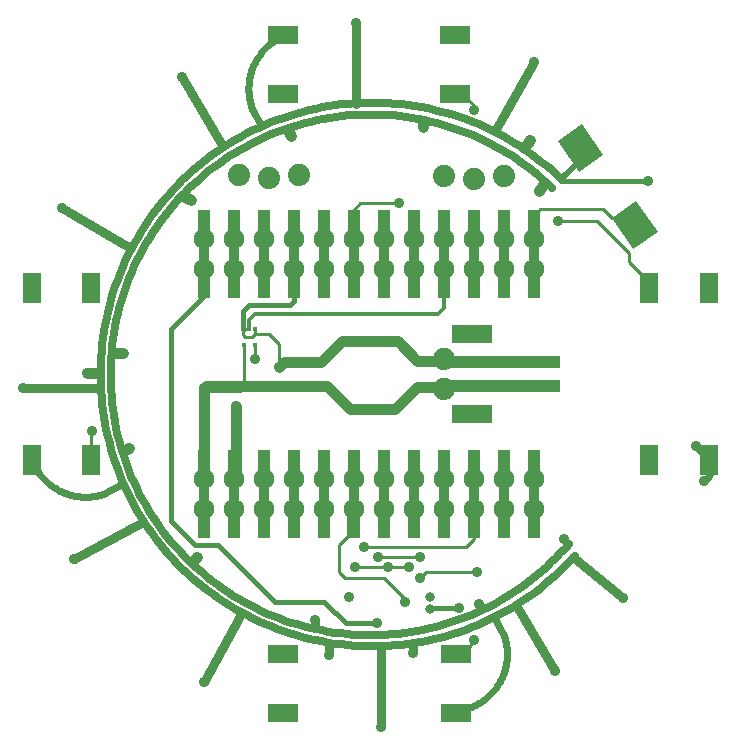
<source format=gbl>
G75*
%MOIN*%
%OFA0B0*%
%FSLAX25Y25*%
%IPPOS*%
%LPD*%
%AMOC8*
5,1,8,0,0,1.08239X$1,22.5*
%
%ADD10R,0.06299X0.10000*%
%ADD11R,0.10000X0.06299*%
%ADD12R,0.18110X0.03937*%
%ADD13R,0.13386X0.06299*%
%ADD14R,0.01181X0.01772*%
%ADD15C,0.07400*%
%ADD16R,0.12598X0.09843*%
%ADD17C,0.06900*%
%ADD18R,0.03900X0.07200*%
%ADD19C,0.03200*%
%ADD20C,0.01000*%
%ADD21C,0.04000*%
%ADD22C,0.01600*%
%ADD23C,0.03600*%
%ADD24C,0.03600*%
%ADD25C,0.03500*%
%ADD26C,0.02000*%
%ADD27C,0.03000*%
%ADD28C,0.02400*%
%ADD29C,0.02500*%
%ADD30C,0.03200*%
%ADD31C,0.01200*%
D10*
X0018357Y0103060D03*
X0038043Y0103060D03*
X0224157Y0103060D03*
X0243843Y0103060D03*
X0243843Y0160540D03*
X0224157Y0160540D03*
X0038043Y0160540D03*
X0018357Y0160540D03*
D11*
X0102060Y0018757D03*
X0102060Y0038443D03*
X0159540Y0038443D03*
X0159540Y0018757D03*
X0159440Y0225157D03*
X0159440Y0244843D03*
X0101960Y0244843D03*
X0101960Y0225157D03*
D12*
X0185367Y0135737D03*
X0185367Y0127863D03*
D13*
X0164894Y0118414D03*
X0164894Y0145186D03*
D14*
X0092769Y0146800D03*
X0090800Y0146800D03*
X0088831Y0146800D03*
X0088831Y0141485D03*
X0092769Y0141485D03*
D15*
X0155800Y0136800D03*
X0155800Y0126800D03*
X0165800Y0196800D03*
X0155800Y0197800D03*
X0175800Y0197800D03*
X0107300Y0198300D03*
X0097300Y0197300D03*
X0087300Y0198300D03*
D16*
G36*
X0200749Y0199218D02*
X0193523Y0209537D01*
X0201585Y0215182D01*
X0208811Y0204863D01*
X0200749Y0199218D01*
G37*
G36*
X0218815Y0173418D02*
X0211589Y0183737D01*
X0219651Y0189382D01*
X0226877Y0179063D01*
X0218815Y0173418D01*
G37*
D17*
X0185800Y0176800D03*
X0175800Y0176800D03*
X0165800Y0176800D03*
X0155800Y0176800D03*
X0145800Y0176800D03*
X0135800Y0176800D03*
X0125800Y0176800D03*
X0115800Y0176800D03*
X0105800Y0176800D03*
X0095800Y0176800D03*
X0085800Y0176800D03*
X0075800Y0176800D03*
X0075800Y0166800D03*
X0085800Y0166800D03*
X0095800Y0166800D03*
X0105800Y0166800D03*
X0115800Y0166800D03*
X0125800Y0166800D03*
X0135800Y0166800D03*
X0145800Y0166800D03*
X0155800Y0166800D03*
X0165800Y0166800D03*
X0175800Y0166800D03*
X0185800Y0166800D03*
X0185800Y0096800D03*
X0175800Y0096800D03*
X0165800Y0096800D03*
X0155800Y0096800D03*
X0145800Y0096800D03*
X0135800Y0096800D03*
X0125800Y0096800D03*
X0115800Y0096800D03*
X0105800Y0096800D03*
X0095800Y0096800D03*
X0085800Y0096800D03*
X0075800Y0096800D03*
X0075800Y0086800D03*
X0085800Y0086800D03*
X0095800Y0086800D03*
X0105800Y0086800D03*
X0115800Y0086800D03*
X0125800Y0086800D03*
X0135800Y0086800D03*
X0145800Y0086800D03*
X0155800Y0086800D03*
X0165800Y0086800D03*
X0175800Y0086800D03*
X0185800Y0086800D03*
D18*
X0185800Y0080800D03*
X0175800Y0080800D03*
X0165800Y0080800D03*
X0155800Y0080800D03*
X0145800Y0080800D03*
X0135800Y0080800D03*
X0125800Y0080800D03*
X0115800Y0080800D03*
X0105800Y0080800D03*
X0095800Y0080800D03*
X0085800Y0080800D03*
X0075800Y0080800D03*
X0075800Y0102800D03*
X0085800Y0102800D03*
X0095800Y0102800D03*
X0105800Y0102800D03*
X0115800Y0102800D03*
X0125800Y0102800D03*
X0135800Y0102800D03*
X0145800Y0102800D03*
X0155800Y0102800D03*
X0165800Y0102800D03*
X0175800Y0102800D03*
X0185800Y0102800D03*
X0185800Y0160800D03*
X0175800Y0160800D03*
X0165800Y0160800D03*
X0155800Y0160800D03*
X0145800Y0160800D03*
X0135800Y0160800D03*
X0125800Y0160800D03*
X0115800Y0160800D03*
X0105800Y0160800D03*
X0095800Y0160800D03*
X0085800Y0160800D03*
X0075800Y0160800D03*
X0075800Y0182800D03*
X0085800Y0182800D03*
X0095800Y0182800D03*
X0105800Y0182800D03*
X0115800Y0182800D03*
X0125800Y0182800D03*
X0135800Y0182800D03*
X0145800Y0182800D03*
X0155800Y0182800D03*
X0165800Y0182800D03*
X0175800Y0182800D03*
X0185800Y0182800D03*
D19*
X0185800Y0181800D02*
X0185800Y0161800D01*
X0175800Y0161800D02*
X0175800Y0181800D01*
X0165800Y0181800D02*
X0165800Y0161800D01*
X0155800Y0161800D02*
X0155800Y0181800D01*
X0145800Y0181800D02*
X0145800Y0161800D01*
X0135800Y0161800D02*
X0135800Y0181800D01*
X0125800Y0181800D02*
X0125800Y0161800D01*
X0115800Y0161800D02*
X0115800Y0181800D01*
X0105800Y0181800D02*
X0105800Y0161800D01*
X0095800Y0161800D02*
X0095800Y0181800D01*
X0085800Y0181800D02*
X0085800Y0161800D01*
X0075800Y0161800D02*
X0075800Y0181800D01*
X0075800Y0101800D02*
X0075800Y0081800D01*
X0085800Y0081800D02*
X0085800Y0101800D01*
X0095800Y0101800D02*
X0095800Y0081800D01*
X0105800Y0081800D02*
X0105800Y0101800D01*
X0115800Y0101800D02*
X0115800Y0081800D01*
X0125800Y0081800D02*
X0125800Y0101800D01*
X0135800Y0101800D02*
X0135800Y0081800D01*
X0145800Y0081800D02*
X0145800Y0101800D01*
X0155800Y0101800D02*
X0155800Y0081800D01*
X0165800Y0081800D02*
X0165800Y0101800D01*
X0175800Y0101800D02*
X0175800Y0081800D01*
X0185800Y0081800D02*
X0185800Y0101800D01*
D20*
X0125800Y0086800D02*
X0123800Y0084800D01*
X0123800Y0077800D01*
X0120800Y0074800D01*
X0120800Y0065800D01*
X0122800Y0063800D01*
X0135800Y0063800D01*
X0142800Y0056800D01*
X0142800Y0055800D01*
X0150800Y0053375D02*
X0151080Y0053655D01*
X0147800Y0063800D02*
X0149800Y0065800D01*
X0166800Y0065800D01*
X0148800Y0064800D02*
X0147800Y0063800D01*
X0144000Y0067600D02*
X0137100Y0067600D01*
X0125900Y0067600D01*
X0133800Y0070800D02*
X0147800Y0070800D01*
X0163100Y0074100D02*
X0129000Y0074100D01*
X0116800Y0080800D02*
X0115800Y0080800D01*
X0163100Y0074100D02*
X0165800Y0076800D01*
X0165800Y0080800D01*
X0075800Y0102800D02*
X0075800Y0104800D01*
X0038043Y0103060D02*
X0038043Y0112543D01*
X0038300Y0112800D01*
X0087800Y0127499D02*
X0088831Y0128531D01*
X0088831Y0141485D01*
X0089300Y0144300D02*
X0088800Y0144800D01*
X0088800Y0146769D01*
X0088831Y0146800D01*
X0089300Y0144300D02*
X0091800Y0144300D01*
X0092769Y0145269D01*
X0097331Y0145269D01*
X0100800Y0141800D01*
X0100800Y0134300D01*
X0092800Y0136800D02*
X0092769Y0139831D01*
X0092769Y0141485D01*
X0092769Y0145269D02*
X0092769Y0146800D01*
X0105800Y0158800D02*
X0105800Y0176800D01*
X0125300Y0177300D02*
X0125800Y0176800D01*
X0125300Y0177300D02*
X0125300Y0186300D01*
X0127800Y0188800D01*
X0140800Y0188800D01*
X0185800Y0182800D02*
X0186300Y0183300D01*
X0186300Y0185300D01*
X0187800Y0186800D01*
X0208800Y0186800D01*
X0211800Y0183800D01*
X0216833Y0183800D01*
X0217833Y0182800D01*
X0217300Y0172300D02*
X0206800Y0182800D01*
X0194300Y0182800D01*
X0217300Y0172300D02*
X0217300Y0169300D01*
X0222800Y0163800D01*
X0222800Y0161898D01*
X0224157Y0160540D01*
X0224157Y0161943D01*
X0243843Y0161157D02*
X0243843Y0164957D01*
X0155800Y0162800D02*
X0155800Y0160800D01*
X0125800Y0160800D02*
X0125800Y0166800D01*
X0165800Y0219800D02*
X0165800Y0221300D01*
X0161943Y0225157D01*
X0159440Y0225157D01*
X0165800Y0043300D02*
X0165800Y0042800D01*
X0164300Y0041300D01*
X0162398Y0041300D01*
X0159540Y0038443D01*
X0160443Y0038443D01*
X0163050Y0039050D01*
X0163300Y0038800D01*
X0158300Y0037800D01*
X0157800Y0038300D01*
D21*
X0156499Y0127499D02*
X0156863Y0127863D01*
X0185367Y0127863D01*
X0185367Y0135737D02*
X0157800Y0135737D01*
X0156863Y0135737D01*
X0155800Y0136800D01*
D22*
X0105800Y0156300D02*
X0104300Y0154800D01*
X0090800Y0154800D01*
X0088800Y0152800D01*
X0088800Y0146831D01*
X0088831Y0146800D01*
X0075800Y0157800D02*
X0064800Y0146800D01*
X0064800Y0082800D01*
X0072800Y0074800D01*
X0080300Y0074800D01*
X0099300Y0055800D01*
X0115646Y0055800D01*
X0123146Y0048800D01*
X0133300Y0048800D01*
X0151080Y0053655D02*
X0151225Y0053800D01*
X0160800Y0053800D01*
X0117800Y0041800D02*
X0117300Y0041300D01*
X0115800Y0080800D02*
X0115800Y0086800D01*
X0115800Y0096800D01*
X0115800Y0102800D01*
X0105800Y0102800D02*
X0105800Y0096800D01*
X0105800Y0086800D01*
X0105800Y0080800D01*
X0095800Y0080800D02*
X0095800Y0086800D01*
X0095800Y0096800D01*
X0095800Y0102800D01*
X0075800Y0104800D02*
X0075800Y0098800D01*
X0075800Y0096800D01*
X0075800Y0086800D01*
X0075800Y0084800D02*
X0075800Y0080800D01*
X0125800Y0080800D02*
X0125800Y0086800D01*
X0125800Y0096800D01*
X0125800Y0102800D01*
X0135800Y0102800D02*
X0135800Y0096800D01*
X0135800Y0086800D01*
X0135800Y0080800D01*
X0145800Y0080800D02*
X0145800Y0086800D01*
X0145800Y0096800D01*
X0145800Y0102800D01*
X0155800Y0102800D02*
X0155800Y0096800D01*
X0155800Y0086800D01*
X0155800Y0080800D01*
X0165800Y0080800D02*
X0165800Y0086800D01*
X0165800Y0096800D01*
X0165800Y0102800D01*
X0175800Y0102800D02*
X0175800Y0096800D01*
X0175800Y0086800D01*
X0175800Y0080800D01*
X0185800Y0080800D02*
X0185800Y0096800D01*
X0185800Y0102800D01*
X0185800Y0086800D02*
X0185800Y0080800D01*
X0105800Y0156300D02*
X0105800Y0158800D01*
X0105800Y0166800D01*
X0075800Y0166800D02*
X0075800Y0160800D01*
X0075800Y0157800D01*
X0075800Y0160800D02*
X0075800Y0176800D01*
X0155800Y0176800D02*
X0155800Y0166800D01*
X0155800Y0162800D01*
X0165800Y0160800D02*
X0165800Y0166800D01*
X0165800Y0176800D01*
X0165800Y0182800D01*
X0155800Y0182800D02*
X0155800Y0176800D01*
X0175800Y0176800D02*
X0175800Y0182800D01*
X0185800Y0182800D02*
X0185800Y0176800D01*
X0185800Y0166800D01*
X0185800Y0160800D01*
X0175800Y0160800D02*
X0175800Y0166800D01*
X0175800Y0176800D01*
X0195300Y0196300D02*
X0194800Y0196800D01*
X0195300Y0196300D02*
X0223800Y0196300D01*
X0243843Y0161157D02*
X0243843Y0160540D01*
D23*
X0157800Y0135737D02*
X0157237Y0136300D01*
X0146800Y0136300D01*
X0140300Y0142800D01*
X0121800Y0142800D01*
X0114737Y0135737D01*
X0102237Y0135737D01*
X0100800Y0134300D01*
X0087800Y0127499D02*
X0075999Y0127499D01*
X0075800Y0127300D02*
X0076300Y0127800D01*
X0116800Y0127800D01*
X0124300Y0120300D01*
X0139300Y0120300D01*
X0146499Y0127499D01*
X0156499Y0127499D01*
X0086300Y0121300D02*
X0086300Y0097300D01*
X0085800Y0096800D01*
X0075800Y0098800D02*
X0075800Y0127300D01*
X0075800Y0122800D01*
X0040300Y0132300D02*
X0036800Y0132300D01*
X0045300Y0138800D02*
X0048800Y0138800D01*
X0050800Y0107300D02*
X0048800Y0106300D01*
X0073300Y0070800D02*
X0071800Y0069300D01*
X0071300Y0189800D02*
X0068800Y0191300D01*
X0148800Y0214300D02*
X0148800Y0215800D01*
X0182300Y0207300D02*
X0184300Y0209800D01*
X0188800Y0194800D02*
X0187300Y0192800D01*
D24*
X0187300Y0192800D03*
X0223800Y0196300D03*
X0193800Y0182800D03*
X0140800Y0188800D03*
X0184300Y0209800D03*
X0165800Y0219800D03*
X0148800Y0214300D03*
X0104800Y0211300D03*
X0068300Y0230800D03*
X0126300Y0248800D03*
X0185800Y0235800D03*
X0071300Y0189800D03*
X0028300Y0187300D03*
X0048800Y0138800D03*
X0036800Y0132300D03*
X0015300Y0127300D03*
X0038300Y0112800D03*
X0050800Y0107300D03*
X0086300Y0121300D03*
X0075800Y0127300D03*
X0100800Y0134300D03*
X0092800Y0136800D03*
X0239800Y0107800D03*
X0242300Y0096300D03*
X0195800Y0076800D03*
X0166800Y0065800D03*
X0147800Y0063800D03*
X0144000Y0067600D03*
X0147800Y0070800D03*
X0137100Y0067600D03*
X0133800Y0070800D03*
X0125900Y0067600D03*
X0129000Y0074100D03*
X0073300Y0070800D03*
X0032300Y0070300D03*
X0112800Y0049800D03*
X0133300Y0048800D03*
X0142800Y0055800D03*
X0160800Y0053800D03*
X0167300Y0055300D03*
X0165800Y0043300D03*
X0145300Y0038800D03*
X0117300Y0038300D03*
X0075800Y0029300D03*
X0134800Y0014300D03*
X0192800Y0032800D03*
X0215300Y0057300D03*
X0124080Y0057655D03*
D25*
X0104800Y0211300D02*
X0103800Y0213300D01*
D26*
X0194800Y0196800D02*
X0194800Y0196300D01*
X0194800Y0196800D02*
X0201167Y0203167D01*
X0201167Y0207200D01*
X0040800Y0126800D02*
X0040300Y0127300D01*
X0167300Y0055300D02*
X0168300Y0053300D01*
D27*
X0179800Y0054800D02*
X0192800Y0032800D01*
X0145300Y0038800D02*
X0145300Y0041800D01*
X0134800Y0040300D02*
X0134800Y0014300D01*
X0087800Y0051300D02*
X0075800Y0029300D01*
X0117300Y0038300D02*
X0117300Y0041300D01*
X0112800Y0047300D02*
X0112800Y0049800D01*
X0054800Y0082300D02*
X0032300Y0070300D01*
X0198800Y0070800D02*
X0215300Y0057300D01*
X0040300Y0127300D02*
X0015300Y0127300D01*
X0047800Y0175800D02*
X0051300Y0173800D01*
X0047800Y0175800D02*
X0028300Y0187300D01*
X0081800Y0208300D02*
X0068300Y0230800D01*
X0126300Y0221800D02*
X0126300Y0248800D01*
X0172800Y0212800D02*
X0185800Y0235800D01*
D28*
X0102560Y0244743D02*
X0102133Y0244569D01*
X0101710Y0244384D01*
X0101292Y0244190D01*
X0100878Y0243985D01*
X0100470Y0243770D01*
X0100067Y0243545D01*
X0099670Y0243311D01*
X0099278Y0243067D01*
X0098892Y0242814D01*
X0098513Y0242552D01*
X0098140Y0242280D01*
X0097774Y0242000D01*
X0097414Y0241711D01*
X0097062Y0241413D01*
X0096717Y0241107D01*
X0096379Y0240792D01*
X0096050Y0240470D01*
X0095728Y0240139D01*
X0095414Y0239801D01*
X0095108Y0239456D01*
X0094811Y0239103D01*
X0094522Y0238743D01*
X0094243Y0238376D01*
X0093972Y0238003D01*
X0093710Y0237623D01*
X0093458Y0237237D01*
X0093214Y0236845D01*
X0092981Y0236447D01*
X0092757Y0236043D01*
X0092543Y0235635D01*
X0092339Y0235221D01*
X0092145Y0234803D01*
X0091961Y0234379D01*
X0091788Y0233952D01*
X0091624Y0233521D01*
X0091472Y0233085D01*
X0091329Y0232646D01*
X0091198Y0232204D01*
X0091077Y0231759D01*
X0090967Y0231311D01*
X0090868Y0230860D01*
X0090780Y0230408D01*
X0090702Y0229953D01*
X0090636Y0229496D01*
X0090581Y0229038D01*
X0090537Y0228579D01*
X0090504Y0228119D01*
X0090482Y0227658D01*
X0090471Y0227197D01*
X0090472Y0226736D01*
X0090483Y0226274D01*
X0090506Y0225814D01*
X0090540Y0225354D01*
X0090585Y0224894D01*
X0090641Y0224437D01*
X0090708Y0223980D01*
X0090786Y0223525D01*
X0090875Y0223073D01*
X0090975Y0222622D01*
X0091085Y0222175D01*
X0091207Y0221730D01*
X0091339Y0221288D01*
X0091482Y0220849D01*
X0091636Y0220414D01*
X0091800Y0219983D01*
X0091800Y0220300D01*
X0094800Y0214800D01*
X0095800Y0182800D02*
X0095800Y0176800D01*
X0095800Y0166800D01*
X0095800Y0160800D01*
X0085800Y0160800D02*
X0085800Y0166800D01*
X0085800Y0176800D01*
X0085800Y0182800D01*
X0075800Y0182800D02*
X0075800Y0176800D01*
X0105800Y0176800D02*
X0105800Y0182800D01*
X0115800Y0182800D02*
X0115800Y0176800D01*
X0115800Y0166800D01*
X0115800Y0160800D01*
X0125800Y0166800D02*
X0125800Y0176800D01*
X0125800Y0182800D01*
X0135800Y0182800D02*
X0135800Y0176800D01*
X0135800Y0166800D01*
X0135800Y0160800D01*
X0145800Y0160800D02*
X0145800Y0166800D01*
X0145800Y0176800D01*
X0145800Y0182800D01*
X0135800Y0176800D02*
X0135800Y0174300D01*
X0217833Y0182800D02*
X0219233Y0181400D01*
X0043117Y0092300D02*
X0042686Y0092136D01*
X0042251Y0091982D01*
X0041812Y0091839D01*
X0041370Y0091707D01*
X0040925Y0091585D01*
X0040478Y0091475D01*
X0040027Y0091375D01*
X0039575Y0091286D01*
X0039120Y0091208D01*
X0038663Y0091141D01*
X0038206Y0091085D01*
X0037746Y0091040D01*
X0037286Y0091006D01*
X0036826Y0090983D01*
X0036364Y0090972D01*
X0035903Y0090971D01*
X0035442Y0090982D01*
X0034981Y0091004D01*
X0034521Y0091037D01*
X0034062Y0091081D01*
X0033604Y0091136D01*
X0033147Y0091202D01*
X0032692Y0091280D01*
X0032240Y0091368D01*
X0031789Y0091467D01*
X0031341Y0091577D01*
X0030896Y0091698D01*
X0030454Y0091829D01*
X0030015Y0091972D01*
X0029579Y0092124D01*
X0029148Y0092288D01*
X0028721Y0092461D01*
X0028297Y0092645D01*
X0027879Y0092839D01*
X0027465Y0093043D01*
X0027057Y0093257D01*
X0026653Y0093481D01*
X0026255Y0093714D01*
X0025863Y0093958D01*
X0025477Y0094210D01*
X0025097Y0094472D01*
X0024724Y0094743D01*
X0024357Y0095022D01*
X0023997Y0095311D01*
X0023644Y0095608D01*
X0023299Y0095914D01*
X0022961Y0096228D01*
X0022630Y0096550D01*
X0022308Y0096879D01*
X0021993Y0097217D01*
X0021687Y0097562D01*
X0021389Y0097914D01*
X0021100Y0098274D01*
X0020820Y0098640D01*
X0020548Y0099013D01*
X0020286Y0099392D01*
X0020033Y0099778D01*
X0019789Y0100170D01*
X0019555Y0100567D01*
X0019330Y0100970D01*
X0019115Y0101378D01*
X0018910Y0101792D01*
X0018716Y0102210D01*
X0018531Y0102633D01*
X0018357Y0103060D01*
X0042800Y0092300D02*
X0048300Y0095300D01*
X0043117Y0092300D02*
X0042800Y0092300D01*
X0172300Y0050800D02*
X0175300Y0045300D01*
X0175300Y0045617D01*
X0175467Y0045179D01*
X0175622Y0044737D01*
X0175767Y0044292D01*
X0175901Y0043843D01*
X0176024Y0043390D01*
X0176135Y0042935D01*
X0176236Y0042478D01*
X0176325Y0042018D01*
X0176402Y0041556D01*
X0176469Y0041092D01*
X0176524Y0040627D01*
X0176568Y0040160D01*
X0176600Y0039693D01*
X0176620Y0039225D01*
X0176629Y0038756D01*
X0176627Y0038288D01*
X0176613Y0037819D01*
X0176588Y0037352D01*
X0176551Y0036885D01*
X0176503Y0036418D01*
X0176443Y0035954D01*
X0176372Y0035491D01*
X0176290Y0035029D01*
X0176196Y0034570D01*
X0176091Y0034114D01*
X0175975Y0033660D01*
X0175848Y0033209D01*
X0175710Y0032761D01*
X0175561Y0032317D01*
X0175400Y0031877D01*
X0175230Y0031440D01*
X0175048Y0031008D01*
X0174856Y0030581D01*
X0174654Y0030159D01*
X0174441Y0029741D01*
X0174218Y0029329D01*
X0173985Y0028922D01*
X0173742Y0028522D01*
X0173490Y0028127D01*
X0173227Y0027739D01*
X0172956Y0027357D01*
X0172675Y0026982D01*
X0172385Y0026614D01*
X0172086Y0026254D01*
X0171778Y0025900D01*
X0171462Y0025555D01*
X0171137Y0025217D01*
X0170804Y0024888D01*
X0170463Y0024566D01*
X0170114Y0024253D01*
X0169758Y0023949D01*
X0169394Y0023654D01*
X0169023Y0023367D01*
X0168646Y0023090D01*
X0168261Y0022822D01*
X0167870Y0022564D01*
X0167473Y0022315D01*
X0167070Y0022076D01*
X0166662Y0021847D01*
X0166247Y0021628D01*
X0165828Y0021420D01*
X0165403Y0021222D01*
X0164974Y0021034D01*
X0164540Y0020857D01*
X0197300Y0075300D02*
X0195800Y0076800D01*
X0242300Y0096299D02*
X0242417Y0096370D01*
X0242531Y0096443D01*
X0242644Y0096520D01*
X0242754Y0096600D01*
X0242863Y0096684D01*
X0242968Y0096770D01*
X0243071Y0096859D01*
X0243172Y0096951D01*
X0243270Y0097047D01*
X0243365Y0097144D01*
X0243457Y0097245D01*
X0243546Y0097348D01*
X0243632Y0097454D01*
X0243715Y0097562D01*
X0243795Y0097672D01*
X0243872Y0097785D01*
X0243946Y0097900D01*
X0244016Y0098017D01*
X0244083Y0098136D01*
X0244146Y0098257D01*
X0244206Y0098379D01*
X0244262Y0098504D01*
X0244315Y0098629D01*
X0244364Y0098757D01*
X0244410Y0098885D01*
X0244451Y0099015D01*
X0244489Y0099146D01*
X0244523Y0099278D01*
X0244554Y0099411D01*
X0244580Y0099545D01*
X0244603Y0099680D01*
X0244622Y0099815D01*
X0244637Y0099950D01*
X0244648Y0100086D01*
X0244655Y0100222D01*
X0244658Y0100359D01*
X0244657Y0100495D01*
X0244652Y0100632D01*
X0244644Y0100768D01*
X0244631Y0100904D01*
X0244615Y0101039D01*
X0244594Y0101174D01*
X0244570Y0101308D01*
X0244542Y0101442D01*
X0244510Y0101574D01*
X0244475Y0101706D01*
X0244435Y0101836D01*
X0244392Y0101966D01*
X0244345Y0102094D01*
X0244295Y0102221D01*
X0244241Y0102346D01*
X0244183Y0102469D01*
X0244122Y0102591D01*
X0244057Y0102711D01*
X0243989Y0102830D01*
X0243917Y0102946D01*
X0243842Y0103060D01*
X0243843Y0103060D02*
X0239800Y0107800D01*
D29*
X0199300Y0071299D02*
X0197800Y0069665D01*
X0196261Y0068067D01*
X0194683Y0066508D01*
X0193068Y0064987D01*
X0191415Y0063507D01*
X0189727Y0062067D01*
X0188004Y0060670D01*
X0186248Y0059315D01*
X0184458Y0058003D01*
X0182638Y0056736D01*
X0180786Y0055513D01*
X0178906Y0054337D01*
X0176997Y0053206D01*
X0175061Y0052123D01*
X0173099Y0051088D01*
X0171112Y0050101D01*
X0169101Y0049162D01*
X0167069Y0048274D01*
X0165015Y0047435D01*
X0162941Y0046647D01*
X0160849Y0045910D01*
X0158739Y0045224D01*
X0156613Y0044591D01*
X0154472Y0044009D01*
X0152317Y0043480D01*
X0150150Y0043005D01*
X0147973Y0042582D01*
X0145785Y0042213D01*
X0143589Y0041897D01*
X0141386Y0041635D01*
X0139177Y0041428D01*
X0136964Y0041274D01*
X0134748Y0041175D01*
X0132530Y0041130D01*
X0130311Y0041139D01*
X0128094Y0041203D01*
X0125879Y0041321D01*
X0123667Y0041493D01*
X0121460Y0041719D01*
X0119259Y0042000D01*
X0117066Y0042334D01*
X0114882Y0042722D01*
X0112707Y0043163D01*
X0110545Y0043657D01*
X0108395Y0044204D01*
X0106259Y0044803D01*
X0104138Y0045455D01*
X0102034Y0046158D01*
X0099948Y0046913D01*
X0097881Y0047719D01*
X0095834Y0048574D01*
X0093809Y0049480D01*
X0091807Y0050435D01*
X0089828Y0051439D01*
X0087875Y0052491D01*
X0085948Y0053591D01*
X0084049Y0054737D01*
X0082178Y0055930D01*
X0080337Y0057168D01*
X0078527Y0058450D01*
X0076749Y0059777D01*
X0075004Y0061147D01*
X0073293Y0062559D01*
X0071617Y0064013D01*
X0069977Y0065507D01*
X0068375Y0067041D01*
X0066810Y0068613D01*
X0065284Y0070224D01*
X0063798Y0071871D01*
X0062353Y0073555D01*
X0060950Y0075273D01*
X0059589Y0077025D01*
X0058272Y0078810D01*
X0056998Y0080626D01*
X0055770Y0082474D01*
X0054587Y0084350D01*
X0053450Y0086256D01*
X0052360Y0088188D01*
X0051318Y0090147D01*
X0050325Y0092130D01*
X0049380Y0094137D01*
X0048484Y0096167D01*
X0047639Y0098218D01*
X0046844Y0100289D01*
X0046100Y0102379D01*
X0045407Y0104487D01*
X0044767Y0106611D01*
X0044178Y0108750D01*
X0043642Y0110903D01*
X0043159Y0113068D01*
X0042729Y0115244D01*
X0042353Y0117431D01*
X0042030Y0119625D01*
X0041761Y0121827D01*
X0041546Y0124036D01*
X0041385Y0126248D01*
X0041278Y0128464D01*
X0041226Y0130682D01*
X0041228Y0132900D01*
X0041284Y0135118D01*
X0041395Y0137334D01*
X0041560Y0139546D01*
X0041779Y0141754D01*
X0042052Y0143956D01*
X0042378Y0146150D01*
X0042759Y0148335D01*
X0043193Y0150511D01*
X0043680Y0152675D01*
X0044219Y0154827D01*
X0044812Y0156965D01*
X0045456Y0159088D01*
X0046153Y0161194D01*
X0046901Y0163283D01*
X0047699Y0165353D01*
X0048548Y0167402D01*
X0049447Y0169430D01*
X0050396Y0171436D01*
X0051393Y0173418D01*
X0052439Y0175374D01*
X0053532Y0177305D01*
X0054672Y0179208D01*
X0055858Y0181083D01*
X0057090Y0182928D01*
X0058367Y0184742D01*
X0059687Y0186524D01*
X0061051Y0188274D01*
X0062458Y0189990D01*
X0063906Y0191670D01*
X0065395Y0193315D01*
X0066923Y0194923D01*
X0068491Y0196493D01*
X0070096Y0198024D01*
X0071739Y0199515D01*
X0073417Y0200966D01*
X0075131Y0202375D01*
X0076878Y0203742D01*
X0078659Y0205065D01*
X0080471Y0206345D01*
X0082314Y0207579D01*
X0084187Y0208768D01*
X0086088Y0209911D01*
X0088017Y0211007D01*
X0089972Y0212056D01*
X0091952Y0213056D01*
X0093956Y0214008D01*
X0095983Y0214910D01*
X0098032Y0215762D01*
X0100100Y0216564D01*
X0102188Y0217315D01*
X0104293Y0218015D01*
X0106415Y0218662D01*
X0108552Y0219258D01*
X0110703Y0219801D01*
X0112866Y0220291D01*
X0115041Y0220729D01*
X0117226Y0221112D01*
X0119420Y0221443D01*
X0121621Y0221719D01*
X0123828Y0221941D01*
X0126041Y0222110D01*
X0128256Y0222224D01*
X0130474Y0222283D01*
X0132692Y0222289D01*
X0134910Y0222240D01*
X0137126Y0222136D01*
X0139339Y0221979D01*
X0141548Y0221767D01*
X0143750Y0221502D01*
X0145945Y0221182D01*
X0148132Y0220809D01*
X0150309Y0220382D01*
X0152475Y0219903D01*
X0154629Y0219370D01*
X0156769Y0218785D01*
X0158894Y0218147D01*
X0161002Y0217458D01*
X0163094Y0216717D01*
X0165166Y0215925D01*
X0167218Y0215083D01*
X0169249Y0214191D01*
X0171258Y0213249D01*
X0173243Y0212258D01*
X0175203Y0211219D01*
X0177137Y0210132D01*
X0179044Y0208999D01*
X0180923Y0207819D01*
X0182772Y0206593D01*
X0184590Y0205322D01*
X0186377Y0204007D01*
X0188131Y0202649D01*
X0189852Y0201249D01*
X0191537Y0199806D01*
X0193187Y0198323D01*
X0194800Y0196800D01*
X0191800Y0193800D02*
X0190258Y0195263D01*
X0188681Y0196689D01*
X0187070Y0198075D01*
X0185425Y0199421D01*
X0183747Y0200727D01*
X0182038Y0201991D01*
X0180299Y0203213D01*
X0178530Y0204392D01*
X0176733Y0205527D01*
X0174909Y0206618D01*
X0173058Y0207664D01*
X0171182Y0208665D01*
X0169283Y0209619D01*
X0167360Y0210526D01*
X0165416Y0211386D01*
X0163452Y0212198D01*
X0161468Y0212961D01*
X0159466Y0213676D01*
X0157447Y0214341D01*
X0155413Y0214957D01*
X0153364Y0215523D01*
X0151301Y0216038D01*
X0149227Y0216503D01*
X0147142Y0216917D01*
X0145047Y0217279D01*
X0142945Y0217591D01*
X0140835Y0217850D01*
X0138719Y0218058D01*
X0136599Y0218214D01*
X0134476Y0218318D01*
X0132351Y0218370D01*
X0130225Y0218369D01*
X0128100Y0218317D01*
X0125977Y0218213D01*
X0123857Y0218056D01*
X0121742Y0217848D01*
X0119632Y0217588D01*
X0117529Y0217277D01*
X0115435Y0216914D01*
X0113350Y0216499D01*
X0111275Y0216034D01*
X0109213Y0215518D01*
X0107164Y0214952D01*
X0105130Y0214336D01*
X0103111Y0213670D01*
X0101109Y0212955D01*
X0099126Y0212191D01*
X0097161Y0211379D01*
X0095217Y0210518D01*
X0093295Y0209611D01*
X0091396Y0208656D01*
X0089520Y0207656D01*
X0087670Y0206610D01*
X0085846Y0205518D01*
X0084049Y0204383D01*
X0082280Y0203203D01*
X0080541Y0201981D01*
X0078833Y0200716D01*
X0077155Y0199410D01*
X0075511Y0198063D01*
X0073899Y0196677D01*
X0072323Y0195251D01*
X0070781Y0193787D01*
X0069276Y0192286D01*
X0067809Y0190748D01*
X0066379Y0189175D01*
X0064988Y0187568D01*
X0063637Y0185926D01*
X0062327Y0184252D01*
X0061058Y0182547D01*
X0059832Y0180811D01*
X0058648Y0179045D01*
X0057508Y0177251D01*
X0056412Y0175430D01*
X0055361Y0173582D01*
X0054355Y0171709D01*
X0053396Y0169812D01*
X0052484Y0167892D01*
X0051619Y0165951D01*
X0050801Y0163988D01*
X0050032Y0162006D01*
X0049312Y0160006D01*
X0048641Y0157989D01*
X0048020Y0155957D01*
X0047448Y0153909D01*
X0046927Y0151848D01*
X0046457Y0149775D01*
X0046038Y0147691D01*
X0045669Y0145598D01*
X0045352Y0143496D01*
X0045087Y0141387D01*
X0044874Y0139272D01*
X0044712Y0137152D01*
X0044602Y0135029D01*
X0044545Y0132904D01*
X0044539Y0130779D01*
X0044586Y0128653D01*
X0044684Y0126530D01*
X0044835Y0124410D01*
X0045037Y0122294D01*
X0045291Y0120183D01*
X0045597Y0118080D01*
X0045954Y0115984D01*
X0046363Y0113898D01*
X0046822Y0111823D01*
X0047333Y0109759D01*
X0047893Y0107708D01*
X0048504Y0105672D01*
X0049164Y0103652D01*
X0049874Y0101648D01*
X0050633Y0099662D01*
X0051440Y0097696D01*
X0052295Y0095750D01*
X0053197Y0093825D01*
X0054146Y0091923D01*
X0055142Y0090045D01*
X0056183Y0088191D01*
X0057269Y0086364D01*
X0058400Y0084564D01*
X0059575Y0082793D01*
X0060792Y0081050D01*
X0062052Y0079338D01*
X0063354Y0077657D01*
X0064696Y0076009D01*
X0066078Y0074394D01*
X0067499Y0072813D01*
X0068959Y0071268D01*
X0070456Y0069759D01*
X0071990Y0068287D01*
X0073559Y0066853D01*
X0075163Y0065458D01*
X0076801Y0064103D01*
X0078471Y0062788D01*
X0080173Y0061514D01*
X0081906Y0060283D01*
X0083668Y0059094D01*
X0085459Y0057949D01*
X0087277Y0056848D01*
X0089122Y0055792D01*
X0090992Y0054782D01*
X0092887Y0053818D01*
X0094804Y0052900D01*
X0096744Y0052029D01*
X0098704Y0051207D01*
X0100683Y0050432D01*
X0102681Y0049707D01*
X0104696Y0049030D01*
X0106728Y0048403D01*
X0108774Y0047827D01*
X0110833Y0047300D01*
X0112905Y0046824D01*
X0114988Y0046399D01*
X0117080Y0046025D01*
X0119181Y0045702D01*
X0121290Y0045431D01*
X0123404Y0045212D01*
X0125523Y0045044D01*
X0127646Y0044929D01*
X0129770Y0044865D01*
X0131896Y0044854D01*
X0134021Y0044895D01*
X0136145Y0044988D01*
X0138266Y0045132D01*
X0140382Y0045329D01*
X0142494Y0045577D01*
X0144598Y0045878D01*
X0146694Y0046229D01*
X0148782Y0046632D01*
X0150858Y0047086D01*
X0152923Y0047590D01*
X0154975Y0048146D01*
X0157013Y0048751D01*
X0159035Y0049406D01*
X0161041Y0050110D01*
X0163029Y0050863D01*
X0164998Y0051665D01*
X0166946Y0052514D01*
X0168873Y0053411D01*
X0170778Y0054355D01*
X0172659Y0055346D01*
X0174515Y0056382D01*
X0176345Y0057463D01*
X0178148Y0058589D01*
X0179923Y0059759D01*
X0181669Y0060972D01*
X0183384Y0062227D01*
X0185068Y0063524D01*
X0186720Y0064862D01*
X0188339Y0066239D01*
X0189924Y0067656D01*
X0191473Y0069112D01*
X0192986Y0070605D01*
X0194462Y0072135D01*
X0195900Y0073700D01*
X0197300Y0075300D01*
D30*
X0151080Y0057655D03*
X0151080Y0053655D03*
D31*
X0090800Y0146800D02*
X0090800Y0149800D01*
X0092800Y0151800D01*
X0153800Y0151800D01*
X0155800Y0153800D01*
X0155800Y0162800D01*
X0155800Y0164800D01*
M02*

</source>
